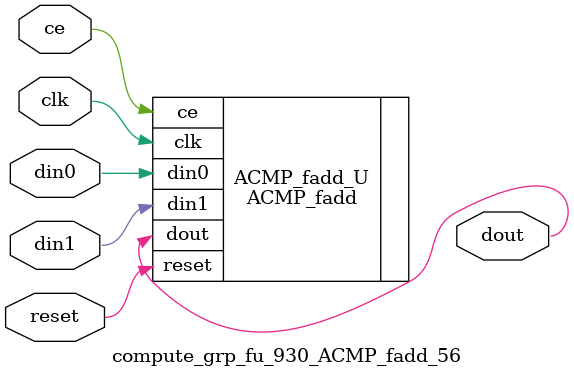
<source format=v>

`timescale 1 ns / 1 ps
module compute_grp_fu_930_ACMP_fadd_56(
    clk,
    reset,
    ce,
    din0,
    din1,
    dout);

parameter ID = 32'd1;
parameter NUM_STAGE = 32'd1;
parameter din0_WIDTH = 32'd1;
parameter din1_WIDTH = 32'd1;
parameter dout_WIDTH = 32'd1;
input clk;
input reset;
input ce;
input[din0_WIDTH - 1:0] din0;
input[din1_WIDTH - 1:0] din1;
output[dout_WIDTH - 1:0] dout;



ACMP_fadd #(
.ID( ID ),
.NUM_STAGE( 4 ),
.din0_WIDTH( din0_WIDTH ),
.din1_WIDTH( din1_WIDTH ),
.dout_WIDTH( dout_WIDTH ))
ACMP_fadd_U(
    .clk( clk ),
    .reset( reset ),
    .ce( ce ),
    .din0( din0 ),
    .din1( din1 ),
    .dout( dout ));

endmodule

</source>
